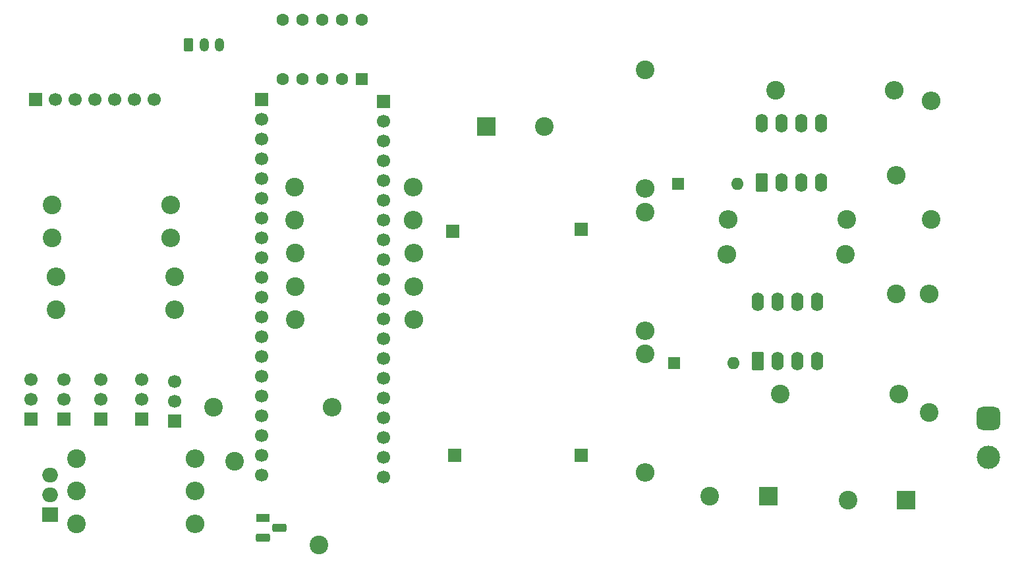
<source format=gbr>
%TF.GenerationSoftware,KiCad,Pcbnew,9.0.3*%
%TF.CreationDate,2025-08-24T00:43:17+05:30*%
%TF.ProjectId,single-layer-modules,73696e67-6c65-42d6-9c61-7965722d6d6f,rev?*%
%TF.SameCoordinates,Original*%
%TF.FileFunction,Soldermask,Bot*%
%TF.FilePolarity,Negative*%
%FSLAX46Y46*%
G04 Gerber Fmt 4.6, Leading zero omitted, Abs format (unit mm)*
G04 Created by KiCad (PCBNEW 9.0.3) date 2025-08-24 00:43:17*
%MOMM*%
%LPD*%
G01*
G04 APERTURE LIST*
G04 Aperture macros list*
%AMRoundRect*
0 Rectangle with rounded corners*
0 $1 Rounding radius*
0 $2 $3 $4 $5 $6 $7 $8 $9 X,Y pos of 4 corners*
0 Add a 4 corners polygon primitive as box body*
4,1,4,$2,$3,$4,$5,$6,$7,$8,$9,$2,$3,0*
0 Add four circle primitives for the rounded corners*
1,1,$1+$1,$2,$3*
1,1,$1+$1,$4,$5*
1,1,$1+$1,$6,$7*
1,1,$1+$1,$8,$9*
0 Add four rect primitives between the rounded corners*
20,1,$1+$1,$2,$3,$4,$5,0*
20,1,$1+$1,$4,$5,$6,$7,0*
20,1,$1+$1,$6,$7,$8,$9,0*
20,1,$1+$1,$8,$9,$2,$3,0*%
%AMHorizOval*
0 Thick line with rounded ends*
0 $1 width*
0 $2 $3 position (X,Y) of the first rounded end (center of the circle)*
0 $4 $5 position (X,Y) of the second rounded end (center of the circle)*
0 Add line between two ends*
20,1,$1,$2,$3,$4,$5,0*
0 Add two circle primitives to create the rounded ends*
1,1,$1,$2,$3*
1,1,$1,$4,$5*%
G04 Aperture macros list end*
%ADD10C,2.400000*%
%ADD11HorizOval,2.400000X0.000000X0.000000X0.000000X0.000000X0*%
%ADD12O,2.400000X2.400000*%
%ADD13RoundRect,0.250000X-0.350000X-0.625000X0.350000X-0.625000X0.350000X0.625000X-0.350000X0.625000X0*%
%ADD14O,1.200000X1.750000*%
%ADD15R,2.400000X2.400000*%
%ADD16C,1.600000*%
%ADD17RoundRect,0.250000X0.550000X-0.550000X0.550000X0.550000X-0.550000X0.550000X-0.550000X-0.550000X0*%
%ADD18R,2.000000X1.905000*%
%ADD19O,2.000000X1.905000*%
%ADD20C,1.700000*%
%ADD21R,1.700000X1.700000*%
%ADD22O,1.600000X1.600000*%
%ADD23R,1.600000X1.600000*%
%ADD24O,1.600000X2.400000*%
%ADD25RoundRect,0.250000X0.550000X-0.950000X0.550000X0.950000X-0.550000X0.950000X-0.550000X-0.950000X0*%
%ADD26C,3.000000*%
%ADD27RoundRect,0.750000X-0.750000X0.750000X-0.750000X-0.750000X0.750000X-0.750000X0.750000X0.750000X0*%
%ADD28R,1.800000X1.100000*%
%ADD29RoundRect,0.275000X-0.625000X0.275000X-0.625000X-0.275000X0.625000X-0.275000X0.625000X0.275000X0*%
G04 APERTURE END LIST*
D10*
%TO.C,R24*%
X118740000Y-104250000D03*
D11*
X107963693Y-93473693D03*
%TD*%
D10*
%TO.C,R23*%
X105260000Y-86500000D03*
D12*
X120500000Y-86500000D03*
%TD*%
D13*
%TO.C,JP1*%
X102000000Y-40000000D03*
D14*
X104000000Y-40000000D03*
X106000000Y-40000000D03*
%TD*%
D12*
%TO.C,R2*%
X130870000Y-58250000D03*
D10*
X115630000Y-58250000D03*
%TD*%
D12*
%TO.C,R3*%
X130990000Y-75250000D03*
D10*
X115750000Y-75250000D03*
%TD*%
D15*
%TO.C,C1*%
X140250000Y-50500000D03*
D10*
X147750000Y-50500000D03*
%TD*%
D12*
%TO.C,R1*%
X130870000Y-62500000D03*
D10*
X115630000Y-62500000D03*
%TD*%
D12*
%TO.C,R4*%
X130990000Y-71000000D03*
D10*
X115750000Y-71000000D03*
%TD*%
D12*
%TO.C,R5*%
X130990000Y-66750000D03*
D10*
X115750000Y-66750000D03*
%TD*%
D12*
%TO.C,R8*%
X102870000Y-101500000D03*
D10*
X87630000Y-101500000D03*
%TD*%
D12*
%TO.C,R7*%
X102870000Y-97250000D03*
D10*
X87630000Y-97250000D03*
%TD*%
%TO.C,R6*%
X87630000Y-93100000D03*
D12*
X102870000Y-93100000D03*
%TD*%
D16*
%TO.C,SW1*%
X124250000Y-36750000D03*
X121710000Y-36750000D03*
X119170000Y-36750000D03*
X116630000Y-36750000D03*
X114090000Y-36750000D03*
X114090000Y-44370000D03*
X116630000Y-44370000D03*
X119170000Y-44370000D03*
X121710000Y-44370000D03*
D17*
X124250000Y-44370000D03*
%TD*%
D18*
%TO.C,Q1*%
X84195000Y-100290000D03*
D19*
X84195000Y-97750000D03*
X84195000Y-95210000D03*
%TD*%
D20*
%TO.C,J3*%
X97620000Y-47000000D03*
X95080000Y-47000000D03*
X92540000Y-47000000D03*
X90000000Y-47000000D03*
X87460000Y-47000000D03*
X84920000Y-47000000D03*
D21*
X82380000Y-47000000D03*
%TD*%
D12*
%TO.C,R21*%
X99750000Y-60500000D03*
D10*
X84510000Y-60500000D03*
%TD*%
D12*
%TO.C,R22*%
X99750000Y-64750000D03*
D10*
X84510000Y-64750000D03*
%TD*%
D22*
%TO.C,D2*%
X172500000Y-57819466D03*
D23*
X164880000Y-57819466D03*
%TD*%
D10*
%TO.C,C2*%
X186750000Y-98500000D03*
D15*
X194250000Y-98500000D03*
%TD*%
D10*
%TO.C,C3*%
X169000000Y-98000000D03*
D15*
X176500000Y-98000000D03*
%TD*%
D22*
%TO.C,D1*%
X172000000Y-80819466D03*
D23*
X164380000Y-80819466D03*
%TD*%
D12*
%TO.C,R12*%
X171220000Y-66879466D03*
D10*
X186460000Y-66879466D03*
%TD*%
D12*
%TO.C,R16*%
X192940000Y-56699466D03*
D10*
X192940000Y-71939466D03*
%TD*%
D12*
%TO.C,R13*%
X193310000Y-84819466D03*
D10*
X178070000Y-84819466D03*
%TD*%
%TO.C,R14*%
X186580000Y-62379466D03*
D12*
X171340000Y-62379466D03*
%TD*%
%TO.C,R11*%
X160690000Y-58439466D03*
D10*
X160690000Y-43199466D03*
%TD*%
D12*
%TO.C,R10*%
X160690000Y-76689466D03*
D10*
X160690000Y-61449466D03*
%TD*%
D12*
%TO.C,R15*%
X192680000Y-45819466D03*
D10*
X177440000Y-45819466D03*
%TD*%
D24*
%TO.C,U1*%
X175130000Y-73009466D03*
X177670000Y-73009466D03*
X180210000Y-73009466D03*
X182750000Y-73009466D03*
X182750000Y-80629466D03*
X180210000Y-80629466D03*
X177670000Y-80629466D03*
D25*
X175130000Y-80629466D03*
%TD*%
D12*
%TO.C,R18*%
X197440000Y-47199466D03*
D10*
X197440000Y-62439466D03*
%TD*%
D12*
%TO.C,R17*%
X197190000Y-71949466D03*
D10*
X197190000Y-87189466D03*
%TD*%
D24*
%TO.C,U2*%
X175650000Y-50069466D03*
X178190000Y-50069466D03*
X180730000Y-50069466D03*
X183270000Y-50069466D03*
X183270000Y-57689466D03*
X180730000Y-57689466D03*
X178190000Y-57689466D03*
D25*
X175650000Y-57689466D03*
%TD*%
D26*
%TO.C,J12*%
X204750000Y-93000000D03*
D27*
X204750000Y-88000000D03*
%TD*%
D10*
%TO.C,R20*%
X85010000Y-74000000D03*
D12*
X100250000Y-74000000D03*
%TD*%
D10*
%TO.C,R19*%
X100250000Y-69750000D03*
D12*
X85010000Y-69750000D03*
%TD*%
D10*
%TO.C,R9*%
X160690000Y-79699466D03*
D12*
X160690000Y-94939466D03*
%TD*%
D21*
%TO.C,J11*%
X152440000Y-63680000D03*
%TD*%
%TO.C,J10*%
X135940000Y-63930000D03*
%TD*%
%TO.C,J9*%
X152440000Y-92680000D03*
%TD*%
%TO.C,J8*%
X136190000Y-92680000D03*
%TD*%
%TO.C,J1*%
X127040000Y-47240000D03*
D20*
X127040000Y-49780000D03*
X127040000Y-52320000D03*
X127040000Y-54860000D03*
X127040000Y-57400000D03*
X127040000Y-59940000D03*
X127040000Y-62480000D03*
X127040000Y-65020000D03*
X127040000Y-67560000D03*
X127040000Y-70100000D03*
X127040000Y-72640000D03*
X127040000Y-75180000D03*
X127040000Y-77720000D03*
X127040000Y-80260000D03*
X127040000Y-82800000D03*
X127040000Y-85340000D03*
X127040000Y-87880000D03*
X127040000Y-90420000D03*
X127040000Y-92960000D03*
X127040000Y-95500000D03*
%TD*%
D21*
%TO.C,J7*%
X90750000Y-88040000D03*
D20*
X90750000Y-85500000D03*
X90750000Y-82960000D03*
%TD*%
D21*
%TO.C,J5*%
X100225000Y-88275000D03*
D20*
X100225000Y-85735000D03*
X100225000Y-83195000D03*
%TD*%
D21*
%TO.C,J4*%
X96000000Y-88080000D03*
D20*
X96000000Y-85540000D03*
X96000000Y-83000000D03*
%TD*%
D21*
%TO.C,J8*%
X81775000Y-88025000D03*
D20*
X81775000Y-85485000D03*
X81775000Y-82945000D03*
%TD*%
D28*
%TO.C,Q2*%
X111600000Y-100750000D03*
D29*
X113670000Y-102020000D03*
X111600000Y-103290000D03*
%TD*%
D21*
%TO.C,J6*%
X85975000Y-88025000D03*
D20*
X85975000Y-85485000D03*
X85975000Y-82945000D03*
%TD*%
D21*
%TO.C,J2*%
X111380000Y-47030000D03*
D20*
X111380000Y-49570000D03*
X111380000Y-52110000D03*
X111380000Y-54650000D03*
X111380000Y-57190000D03*
X111380000Y-59730000D03*
X111380000Y-62270000D03*
X111380000Y-64810000D03*
X111380000Y-67350000D03*
X111380000Y-69890000D03*
X111380000Y-72430000D03*
X111380000Y-74970000D03*
X111380000Y-77510000D03*
X111380000Y-80050000D03*
X111380000Y-82590000D03*
X111380000Y-85130000D03*
X111380000Y-87670000D03*
X111380000Y-90210000D03*
X111380000Y-92750000D03*
X111380000Y-95290000D03*
%TD*%
M02*

</source>
